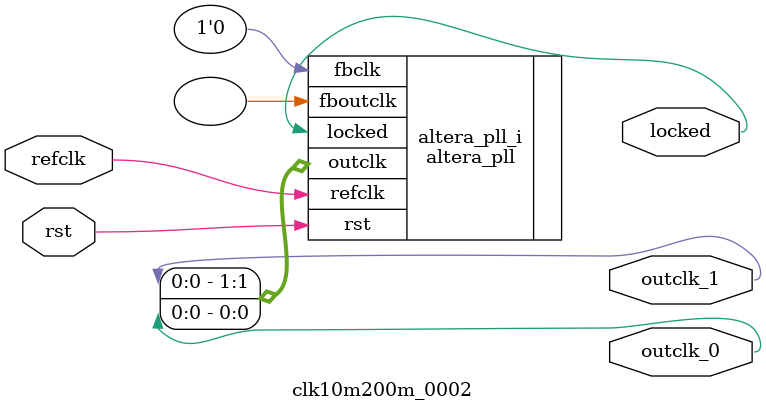
<source format=v>
`timescale 1ns/10ps
module  clk10m200m_0002(

	// interface 'refclk'
	input wire refclk,

	// interface 'reset'
	input wire rst,

	// interface 'outclk0'
	output wire outclk_0,

	// interface 'outclk1'
	output wire outclk_1,

	// interface 'locked'
	output wire locked
);

	altera_pll #(
		.fractional_vco_multiplier("false"),
		.reference_clock_frequency("200.0 MHz"),
		.operation_mode("direct"),
		.number_of_clocks(2),
		.output_clock_frequency0("200.000000 MHz"),
		.phase_shift0("0 ps"),
		.duty_cycle0(50),
		.output_clock_frequency1("10.000000 MHz"),
		.phase_shift1("0 ps"),
		.duty_cycle1(50),
		.output_clock_frequency2("0 MHz"),
		.phase_shift2("0 ps"),
		.duty_cycle2(50),
		.output_clock_frequency3("0 MHz"),
		.phase_shift3("0 ps"),
		.duty_cycle3(50),
		.output_clock_frequency4("0 MHz"),
		.phase_shift4("0 ps"),
		.duty_cycle4(50),
		.output_clock_frequency5("0 MHz"),
		.phase_shift5("0 ps"),
		.duty_cycle5(50),
		.output_clock_frequency6("0 MHz"),
		.phase_shift6("0 ps"),
		.duty_cycle6(50),
		.output_clock_frequency7("0 MHz"),
		.phase_shift7("0 ps"),
		.duty_cycle7(50),
		.output_clock_frequency8("0 MHz"),
		.phase_shift8("0 ps"),
		.duty_cycle8(50),
		.output_clock_frequency9("0 MHz"),
		.phase_shift9("0 ps"),
		.duty_cycle9(50),
		.output_clock_frequency10("0 MHz"),
		.phase_shift10("0 ps"),
		.duty_cycle10(50),
		.output_clock_frequency11("0 MHz"),
		.phase_shift11("0 ps"),
		.duty_cycle11(50),
		.output_clock_frequency12("0 MHz"),
		.phase_shift12("0 ps"),
		.duty_cycle12(50),
		.output_clock_frequency13("0 MHz"),
		.phase_shift13("0 ps"),
		.duty_cycle13(50),
		.output_clock_frequency14("0 MHz"),
		.phase_shift14("0 ps"),
		.duty_cycle14(50),
		.output_clock_frequency15("0 MHz"),
		.phase_shift15("0 ps"),
		.duty_cycle15(50),
		.output_clock_frequency16("0 MHz"),
		.phase_shift16("0 ps"),
		.duty_cycle16(50),
		.output_clock_frequency17("0 MHz"),
		.phase_shift17("0 ps"),
		.duty_cycle17(50),
		.pll_type("General"),
		.pll_subtype("General")
	) altera_pll_i (
		.rst	(rst),
		.outclk	({outclk_1, outclk_0}),
		.locked	(locked),
		.fboutclk	( ),
		.fbclk	(1'b0),
		.refclk	(refclk)
	);
endmodule


</source>
